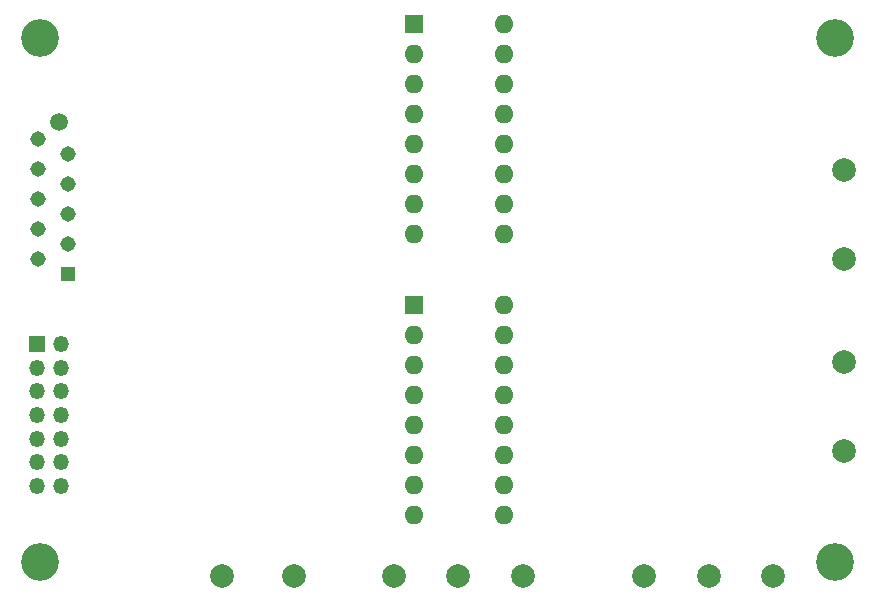
<source format=gbr>
G04 #@! TF.GenerationSoftware,KiCad,Pcbnew,(5.1.10-0-10_14)*
G04 #@! TF.CreationDate,2021-05-14T17:15:12+02:00*
G04 #@! TF.ProjectId,dac-i2s-nos,6461632d-6932-4732-9d6e-6f732e6b6963,rev?*
G04 #@! TF.SameCoordinates,Original*
G04 #@! TF.FileFunction,Soldermask,Bot*
G04 #@! TF.FilePolarity,Negative*
%FSLAX46Y46*%
G04 Gerber Fmt 4.6, Leading zero omitted, Abs format (unit mm)*
G04 Created by KiCad (PCBNEW (5.1.10-0-10_14)) date 2021-05-14 17:15:12*
%MOMM*%
%LPD*%
G01*
G04 APERTURE LIST*
%ADD10R,1.308000X1.308000*%
%ADD11C,1.308000*%
%ADD12C,1.500000*%
%ADD13O,1.350000X1.350000*%
%ADD14R,1.350000X1.350000*%
%ADD15C,2.000000*%
%ADD16O,1.600000X1.600000*%
%ADD17R,1.600000X1.600000*%
%ADD18C,3.200000*%
G04 APERTURE END LIST*
D10*
X115421000Y-85982000D03*
D11*
X112881000Y-84712000D03*
X115421000Y-83442000D03*
X112881000Y-82172000D03*
X115421000Y-80902000D03*
X112881000Y-79632000D03*
X115421000Y-78362000D03*
X112881000Y-77092000D03*
X115421000Y-75822000D03*
X112881000Y-74552000D03*
D12*
X114681000Y-73152000D03*
D13*
X114808000Y-103948000D03*
X112808000Y-103948000D03*
X114808000Y-101948000D03*
X112808000Y-101948000D03*
X114808000Y-99948000D03*
X112808000Y-99948000D03*
X114808000Y-97948000D03*
X112808000Y-97948000D03*
X114808000Y-95948000D03*
X112808000Y-95948000D03*
X114808000Y-93948000D03*
X112808000Y-93948000D03*
X114808000Y-91948000D03*
D14*
X112808000Y-91948000D03*
D15*
X181102000Y-93472000D03*
X181102000Y-100965000D03*
D16*
X152294000Y-88646000D03*
X144674000Y-106426000D03*
X152294000Y-91186000D03*
X144674000Y-103886000D03*
X152294000Y-93726000D03*
X144674000Y-101346000D03*
X152294000Y-96266000D03*
X144674000Y-98806000D03*
X152294000Y-98806000D03*
X144674000Y-96266000D03*
X152294000Y-101346000D03*
X144674000Y-93726000D03*
X152294000Y-103886000D03*
X144674000Y-91186000D03*
X152294000Y-106426000D03*
D17*
X144674000Y-88646000D03*
D15*
X169672000Y-111569500D03*
X164211000Y-111569500D03*
X175133000Y-111569500D03*
X181102000Y-84709000D03*
X181102000Y-77216000D03*
X148463000Y-111569500D03*
X143002000Y-111569500D03*
X153924000Y-111569500D03*
D16*
X152318501Y-64821001D03*
X144698501Y-82601001D03*
X152318501Y-67361001D03*
X144698501Y-80061001D03*
X152318501Y-69901001D03*
X144698501Y-77521001D03*
X152318501Y-72441001D03*
X144698501Y-74981001D03*
X152318501Y-74981001D03*
X144698501Y-72441001D03*
X152318501Y-77521001D03*
X144698501Y-69901001D03*
X152318501Y-80061001D03*
X144698501Y-67361001D03*
X152318501Y-82601001D03*
D17*
X144698501Y-64821001D03*
D15*
X134556500Y-111569500D03*
X128460500Y-111569500D03*
D18*
X113030000Y-110363000D03*
X180340000Y-110363000D03*
X180340000Y-66040000D03*
X113030000Y-66040000D03*
M02*

</source>
